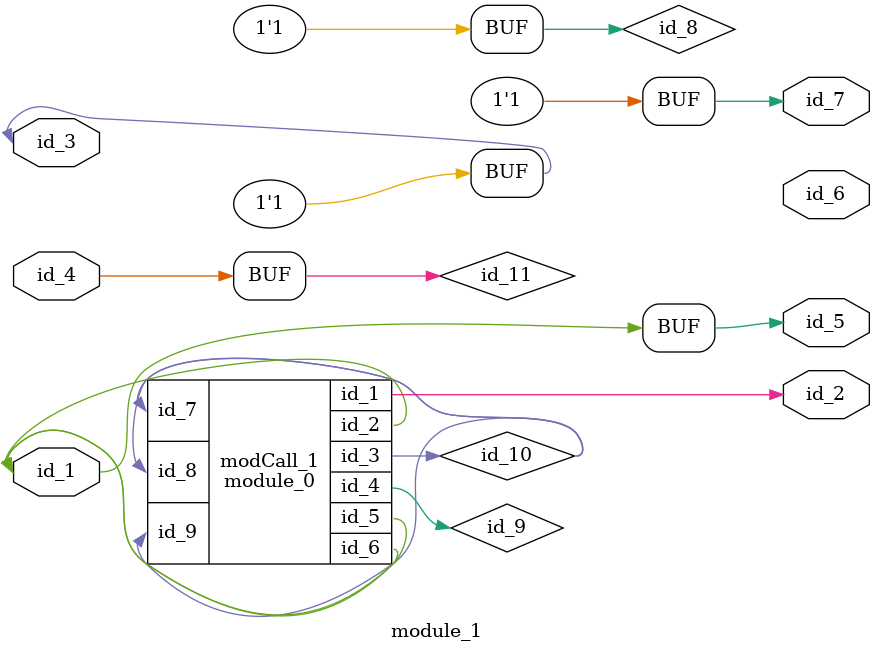
<source format=v>
module module_0 (
    id_1,
    id_2,
    id_3,
    id_4,
    id_5,
    id_6,
    id_7,
    id_8,
    id_9
);
  input wire id_9;
  input wire id_8;
  input wire id_7;
  inout wire id_6;
  output wire id_5;
  output wire id_4;
  inout wire id_3;
  inout wire id_2;
  output wire id_1;
  wire id_10;
endmodule
module module_1 (
    id_1,
    id_2,
    id_3,
    id_4,
    id_5,
    id_6,
    id_7
);
  output wire id_7;
  output wire id_6;
  output wire id_5;
  input wire id_4;
  inout wire id_3;
  output wire id_2;
  inout wire id_1;
  tri  id_8 = 1;
  wire id_9;
  assign id_3 = id_8 == 1 ? id_8 : id_3;
  wire id_10;
  assign id_5 = id_1;
  assign id_7 = 1 == 1 ** 1 - 1'b0;
  module_0 modCall_1 (
      id_2,
      id_1,
      id_10,
      id_9,
      id_5,
      id_1,
      id_10,
      id_10,
      id_10
  );
  wire id_11 = id_4;
endmodule

</source>
